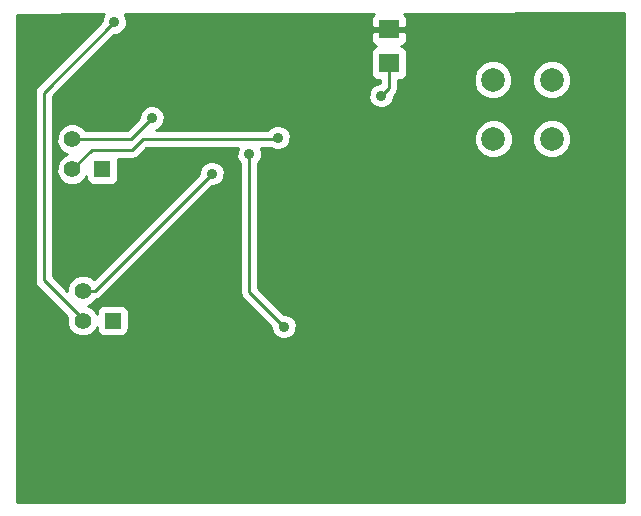
<source format=gbl>
G04 (created by PCBNEW (2013-07-07 BZR 4022)-stable) date 1/28/2014 1:23:19 PM*
%MOIN*%
G04 Gerber Fmt 3.4, Leading zero omitted, Abs format*
%FSLAX34Y34*%
G01*
G70*
G90*
G04 APERTURE LIST*
%ADD10C,0.00590551*%
%ADD11R,0.055X0.055*%
%ADD12C,0.055*%
%ADD13R,0.0709X0.0629*%
%ADD14C,0.0787402*%
%ADD15C,0.035*%
%ADD16C,0.01*%
G04 APERTURE END LIST*
G54D10*
G54D11*
X64950Y-43500D03*
G54D12*
X63950Y-43500D03*
X63950Y-42500D03*
G54D11*
X65300Y-48550D03*
G54D12*
X64300Y-48550D03*
X64300Y-47550D03*
G54D13*
X74500Y-39959D03*
X74500Y-38841D03*
G54D14*
X79930Y-42480D03*
X77990Y-42480D03*
X79930Y-40520D03*
X77970Y-40520D03*
G54D15*
X73050Y-38850D03*
X74250Y-41050D03*
X70800Y-42450D03*
X69850Y-43000D03*
X71000Y-48750D03*
X66600Y-41800D03*
X65350Y-38600D03*
X68600Y-43650D03*
G54D16*
X74500Y-38841D02*
X73059Y-38841D01*
X73059Y-38841D02*
X73050Y-38850D01*
X74500Y-40800D02*
X74500Y-39959D01*
X74250Y-41050D02*
X74500Y-40800D01*
X64600Y-42850D02*
X63950Y-43500D01*
X65950Y-42850D02*
X64600Y-42850D01*
X66300Y-42500D02*
X65950Y-42850D01*
X70750Y-42500D02*
X66300Y-42500D01*
X70800Y-42450D02*
X70750Y-42500D01*
X69850Y-47600D02*
X69850Y-43000D01*
X71000Y-48750D02*
X69850Y-47600D01*
X65900Y-42500D02*
X63950Y-42500D01*
X66600Y-41800D02*
X65900Y-42500D01*
X64300Y-48550D02*
X64300Y-48500D01*
X63000Y-40950D02*
X65350Y-38600D01*
X63000Y-47200D02*
X63000Y-40950D01*
X64300Y-48500D02*
X63000Y-47200D01*
X64300Y-47550D02*
X64700Y-47550D01*
X64700Y-47550D02*
X68600Y-43650D01*
G54D10*
G36*
X82350Y-54600D02*
X80573Y-54600D01*
X80573Y-42352D01*
X80573Y-40392D01*
X80476Y-40155D01*
X80295Y-39974D01*
X80058Y-39876D01*
X79802Y-39876D01*
X79565Y-39973D01*
X79384Y-40154D01*
X79286Y-40391D01*
X79286Y-40647D01*
X79383Y-40884D01*
X79564Y-41065D01*
X79801Y-41163D01*
X80057Y-41163D01*
X80294Y-41066D01*
X80475Y-40885D01*
X80573Y-40648D01*
X80573Y-40392D01*
X80573Y-42352D01*
X80476Y-42115D01*
X80295Y-41934D01*
X80058Y-41836D01*
X79802Y-41836D01*
X79565Y-41933D01*
X79384Y-42114D01*
X79286Y-42351D01*
X79286Y-42607D01*
X79383Y-42844D01*
X79564Y-43025D01*
X79801Y-43123D01*
X80057Y-43123D01*
X80294Y-43026D01*
X80475Y-42845D01*
X80573Y-42608D01*
X80573Y-42352D01*
X80573Y-54600D01*
X78633Y-54600D01*
X78633Y-42352D01*
X78613Y-42304D01*
X78613Y-40392D01*
X78516Y-40155D01*
X78335Y-39974D01*
X78098Y-39876D01*
X77842Y-39876D01*
X77605Y-39973D01*
X77424Y-40154D01*
X77326Y-40391D01*
X77326Y-40647D01*
X77423Y-40884D01*
X77604Y-41065D01*
X77841Y-41163D01*
X78097Y-41163D01*
X78334Y-41066D01*
X78515Y-40885D01*
X78613Y-40648D01*
X78613Y-40392D01*
X78613Y-42304D01*
X78536Y-42115D01*
X78355Y-41934D01*
X78118Y-41836D01*
X77862Y-41836D01*
X77625Y-41933D01*
X77444Y-42114D01*
X77346Y-42351D01*
X77346Y-42607D01*
X77443Y-42844D01*
X77624Y-43025D01*
X77861Y-43123D01*
X78117Y-43123D01*
X78354Y-43026D01*
X78535Y-42845D01*
X78633Y-42608D01*
X78633Y-42352D01*
X78633Y-54600D01*
X75104Y-54600D01*
X75104Y-40223D01*
X75104Y-39594D01*
X75066Y-39503D01*
X74996Y-39432D01*
X74917Y-39400D01*
X74996Y-39367D01*
X75066Y-39296D01*
X75104Y-39205D01*
X75104Y-38953D01*
X75042Y-38891D01*
X74550Y-38891D01*
X74550Y-38898D01*
X74450Y-38898D01*
X74450Y-38891D01*
X73958Y-38891D01*
X73895Y-38953D01*
X73895Y-39205D01*
X73933Y-39296D01*
X74003Y-39367D01*
X74082Y-39400D01*
X74004Y-39432D01*
X73933Y-39502D01*
X73895Y-39594D01*
X73895Y-39694D01*
X73895Y-40323D01*
X73933Y-40414D01*
X74003Y-40485D01*
X74095Y-40523D01*
X74195Y-40523D01*
X74200Y-40523D01*
X74200Y-40624D01*
X74165Y-40624D01*
X74009Y-40689D01*
X73889Y-40808D01*
X73825Y-40965D01*
X73824Y-41134D01*
X73889Y-41290D01*
X74008Y-41410D01*
X74165Y-41474D01*
X74334Y-41475D01*
X74490Y-41410D01*
X74610Y-41291D01*
X74674Y-41134D01*
X74675Y-41049D01*
X74712Y-41012D01*
X74712Y-41012D01*
X74777Y-40914D01*
X74799Y-40800D01*
X74800Y-40800D01*
X74800Y-40523D01*
X74904Y-40523D01*
X74995Y-40485D01*
X75066Y-40415D01*
X75104Y-40323D01*
X75104Y-40223D01*
X75104Y-54600D01*
X71425Y-54600D01*
X71425Y-48665D01*
X71360Y-48509D01*
X71241Y-48389D01*
X71084Y-48325D01*
X70999Y-48324D01*
X70150Y-47475D01*
X70150Y-43301D01*
X70210Y-43241D01*
X70274Y-43084D01*
X70275Y-42915D01*
X70227Y-42800D01*
X70548Y-42800D01*
X70558Y-42810D01*
X70715Y-42874D01*
X70884Y-42875D01*
X71040Y-42810D01*
X71160Y-42691D01*
X71224Y-42534D01*
X71225Y-42365D01*
X71160Y-42209D01*
X71041Y-42089D01*
X70884Y-42025D01*
X70715Y-42024D01*
X70559Y-42089D01*
X70448Y-42200D01*
X66744Y-42200D01*
X66840Y-42160D01*
X66960Y-42041D01*
X67024Y-41884D01*
X67025Y-41715D01*
X66960Y-41559D01*
X66841Y-41439D01*
X66684Y-41375D01*
X66515Y-41374D01*
X66359Y-41439D01*
X66239Y-41558D01*
X66175Y-41715D01*
X66174Y-41800D01*
X65775Y-42200D01*
X64392Y-42200D01*
X64247Y-42055D01*
X64054Y-41975D01*
X63846Y-41974D01*
X63653Y-42054D01*
X63505Y-42202D01*
X63425Y-42395D01*
X63424Y-42603D01*
X63504Y-42797D01*
X63652Y-42944D01*
X63785Y-43000D01*
X63653Y-43054D01*
X63505Y-43202D01*
X63425Y-43395D01*
X63424Y-43603D01*
X63504Y-43797D01*
X63652Y-43944D01*
X63845Y-44024D01*
X64053Y-44025D01*
X64247Y-43945D01*
X64394Y-43797D01*
X64424Y-43725D01*
X64424Y-43824D01*
X64462Y-43916D01*
X64533Y-43986D01*
X64625Y-44024D01*
X64724Y-44025D01*
X65274Y-44025D01*
X65366Y-43987D01*
X65436Y-43916D01*
X65474Y-43824D01*
X65475Y-43725D01*
X65475Y-43175D01*
X65464Y-43150D01*
X65950Y-43150D01*
X65950Y-43149D01*
X66064Y-43127D01*
X66064Y-43127D01*
X66162Y-43062D01*
X66424Y-42800D01*
X69472Y-42800D01*
X69425Y-42915D01*
X69424Y-43084D01*
X69489Y-43240D01*
X69550Y-43301D01*
X69550Y-47600D01*
X69572Y-47714D01*
X69637Y-47812D01*
X70575Y-48749D01*
X70574Y-48834D01*
X70639Y-48990D01*
X70758Y-49110D01*
X70915Y-49174D01*
X71084Y-49175D01*
X71240Y-49110D01*
X71360Y-48991D01*
X71424Y-48834D01*
X71425Y-48665D01*
X71425Y-54600D01*
X62100Y-54600D01*
X62100Y-38349D01*
X65006Y-38342D01*
X64989Y-38358D01*
X64925Y-38515D01*
X64924Y-38600D01*
X62787Y-40737D01*
X62722Y-40835D01*
X62700Y-40950D01*
X62700Y-47200D01*
X62722Y-47314D01*
X62787Y-47412D01*
X63788Y-48412D01*
X63775Y-48445D01*
X63774Y-48653D01*
X63854Y-48847D01*
X64002Y-48994D01*
X64195Y-49074D01*
X64403Y-49075D01*
X64597Y-48995D01*
X64744Y-48847D01*
X64774Y-48775D01*
X64774Y-48874D01*
X64812Y-48966D01*
X64883Y-49036D01*
X64975Y-49074D01*
X65074Y-49075D01*
X65624Y-49075D01*
X65716Y-49037D01*
X65786Y-48966D01*
X65824Y-48874D01*
X65825Y-48775D01*
X65825Y-48225D01*
X65787Y-48133D01*
X65716Y-48063D01*
X65624Y-48025D01*
X65525Y-48024D01*
X64975Y-48024D01*
X64883Y-48062D01*
X64813Y-48133D01*
X64775Y-48225D01*
X64774Y-48324D01*
X64774Y-48324D01*
X64745Y-48253D01*
X64597Y-48105D01*
X64464Y-48049D01*
X64597Y-47995D01*
X64744Y-47847D01*
X64747Y-47840D01*
X64814Y-47827D01*
X64814Y-47827D01*
X64912Y-47762D01*
X68599Y-44074D01*
X68684Y-44075D01*
X68840Y-44010D01*
X68960Y-43891D01*
X69024Y-43734D01*
X69025Y-43565D01*
X68960Y-43409D01*
X68841Y-43289D01*
X68684Y-43225D01*
X68515Y-43224D01*
X68359Y-43289D01*
X68239Y-43408D01*
X68175Y-43565D01*
X68174Y-43650D01*
X64659Y-47166D01*
X64597Y-47105D01*
X64404Y-47025D01*
X64196Y-47024D01*
X64003Y-47104D01*
X63855Y-47252D01*
X63775Y-47445D01*
X63774Y-47550D01*
X63300Y-47075D01*
X63300Y-41074D01*
X65349Y-39024D01*
X65434Y-39025D01*
X65590Y-38960D01*
X65710Y-38841D01*
X65774Y-38684D01*
X65775Y-38515D01*
X65710Y-38359D01*
X65692Y-38341D01*
X73997Y-38320D01*
X73933Y-38385D01*
X73895Y-38476D01*
X73895Y-38728D01*
X73958Y-38791D01*
X74450Y-38791D01*
X74450Y-38783D01*
X74550Y-38783D01*
X74550Y-38791D01*
X75042Y-38791D01*
X75104Y-38728D01*
X75104Y-38476D01*
X75066Y-38385D01*
X74999Y-38318D01*
X82350Y-38300D01*
X82350Y-54600D01*
X82350Y-54600D01*
G37*
G54D16*
X82350Y-54600D02*
X80573Y-54600D01*
X80573Y-42352D01*
X80573Y-40392D01*
X80476Y-40155D01*
X80295Y-39974D01*
X80058Y-39876D01*
X79802Y-39876D01*
X79565Y-39973D01*
X79384Y-40154D01*
X79286Y-40391D01*
X79286Y-40647D01*
X79383Y-40884D01*
X79564Y-41065D01*
X79801Y-41163D01*
X80057Y-41163D01*
X80294Y-41066D01*
X80475Y-40885D01*
X80573Y-40648D01*
X80573Y-40392D01*
X80573Y-42352D01*
X80476Y-42115D01*
X80295Y-41934D01*
X80058Y-41836D01*
X79802Y-41836D01*
X79565Y-41933D01*
X79384Y-42114D01*
X79286Y-42351D01*
X79286Y-42607D01*
X79383Y-42844D01*
X79564Y-43025D01*
X79801Y-43123D01*
X80057Y-43123D01*
X80294Y-43026D01*
X80475Y-42845D01*
X80573Y-42608D01*
X80573Y-42352D01*
X80573Y-54600D01*
X78633Y-54600D01*
X78633Y-42352D01*
X78613Y-42304D01*
X78613Y-40392D01*
X78516Y-40155D01*
X78335Y-39974D01*
X78098Y-39876D01*
X77842Y-39876D01*
X77605Y-39973D01*
X77424Y-40154D01*
X77326Y-40391D01*
X77326Y-40647D01*
X77423Y-40884D01*
X77604Y-41065D01*
X77841Y-41163D01*
X78097Y-41163D01*
X78334Y-41066D01*
X78515Y-40885D01*
X78613Y-40648D01*
X78613Y-40392D01*
X78613Y-42304D01*
X78536Y-42115D01*
X78355Y-41934D01*
X78118Y-41836D01*
X77862Y-41836D01*
X77625Y-41933D01*
X77444Y-42114D01*
X77346Y-42351D01*
X77346Y-42607D01*
X77443Y-42844D01*
X77624Y-43025D01*
X77861Y-43123D01*
X78117Y-43123D01*
X78354Y-43026D01*
X78535Y-42845D01*
X78633Y-42608D01*
X78633Y-42352D01*
X78633Y-54600D01*
X75104Y-54600D01*
X75104Y-40223D01*
X75104Y-39594D01*
X75066Y-39503D01*
X74996Y-39432D01*
X74917Y-39400D01*
X74996Y-39367D01*
X75066Y-39296D01*
X75104Y-39205D01*
X75104Y-38953D01*
X75042Y-38891D01*
X74550Y-38891D01*
X74550Y-38898D01*
X74450Y-38898D01*
X74450Y-38891D01*
X73958Y-38891D01*
X73895Y-38953D01*
X73895Y-39205D01*
X73933Y-39296D01*
X74003Y-39367D01*
X74082Y-39400D01*
X74004Y-39432D01*
X73933Y-39502D01*
X73895Y-39594D01*
X73895Y-39694D01*
X73895Y-40323D01*
X73933Y-40414D01*
X74003Y-40485D01*
X74095Y-40523D01*
X74195Y-40523D01*
X74200Y-40523D01*
X74200Y-40624D01*
X74165Y-40624D01*
X74009Y-40689D01*
X73889Y-40808D01*
X73825Y-40965D01*
X73824Y-41134D01*
X73889Y-41290D01*
X74008Y-41410D01*
X74165Y-41474D01*
X74334Y-41475D01*
X74490Y-41410D01*
X74610Y-41291D01*
X74674Y-41134D01*
X74675Y-41049D01*
X74712Y-41012D01*
X74712Y-41012D01*
X74777Y-40914D01*
X74799Y-40800D01*
X74800Y-40800D01*
X74800Y-40523D01*
X74904Y-40523D01*
X74995Y-40485D01*
X75066Y-40415D01*
X75104Y-40323D01*
X75104Y-40223D01*
X75104Y-54600D01*
X71425Y-54600D01*
X71425Y-48665D01*
X71360Y-48509D01*
X71241Y-48389D01*
X71084Y-48325D01*
X70999Y-48324D01*
X70150Y-47475D01*
X70150Y-43301D01*
X70210Y-43241D01*
X70274Y-43084D01*
X70275Y-42915D01*
X70227Y-42800D01*
X70548Y-42800D01*
X70558Y-42810D01*
X70715Y-42874D01*
X70884Y-42875D01*
X71040Y-42810D01*
X71160Y-42691D01*
X71224Y-42534D01*
X71225Y-42365D01*
X71160Y-42209D01*
X71041Y-42089D01*
X70884Y-42025D01*
X70715Y-42024D01*
X70559Y-42089D01*
X70448Y-42200D01*
X66744Y-42200D01*
X66840Y-42160D01*
X66960Y-42041D01*
X67024Y-41884D01*
X67025Y-41715D01*
X66960Y-41559D01*
X66841Y-41439D01*
X66684Y-41375D01*
X66515Y-41374D01*
X66359Y-41439D01*
X66239Y-41558D01*
X66175Y-41715D01*
X66174Y-41800D01*
X65775Y-42200D01*
X64392Y-42200D01*
X64247Y-42055D01*
X64054Y-41975D01*
X63846Y-41974D01*
X63653Y-42054D01*
X63505Y-42202D01*
X63425Y-42395D01*
X63424Y-42603D01*
X63504Y-42797D01*
X63652Y-42944D01*
X63785Y-43000D01*
X63653Y-43054D01*
X63505Y-43202D01*
X63425Y-43395D01*
X63424Y-43603D01*
X63504Y-43797D01*
X63652Y-43944D01*
X63845Y-44024D01*
X64053Y-44025D01*
X64247Y-43945D01*
X64394Y-43797D01*
X64424Y-43725D01*
X64424Y-43824D01*
X64462Y-43916D01*
X64533Y-43986D01*
X64625Y-44024D01*
X64724Y-44025D01*
X65274Y-44025D01*
X65366Y-43987D01*
X65436Y-43916D01*
X65474Y-43824D01*
X65475Y-43725D01*
X65475Y-43175D01*
X65464Y-43150D01*
X65950Y-43150D01*
X65950Y-43149D01*
X66064Y-43127D01*
X66064Y-43127D01*
X66162Y-43062D01*
X66424Y-42800D01*
X69472Y-42800D01*
X69425Y-42915D01*
X69424Y-43084D01*
X69489Y-43240D01*
X69550Y-43301D01*
X69550Y-47600D01*
X69572Y-47714D01*
X69637Y-47812D01*
X70575Y-48749D01*
X70574Y-48834D01*
X70639Y-48990D01*
X70758Y-49110D01*
X70915Y-49174D01*
X71084Y-49175D01*
X71240Y-49110D01*
X71360Y-48991D01*
X71424Y-48834D01*
X71425Y-48665D01*
X71425Y-54600D01*
X62100Y-54600D01*
X62100Y-38349D01*
X65006Y-38342D01*
X64989Y-38358D01*
X64925Y-38515D01*
X64924Y-38600D01*
X62787Y-40737D01*
X62722Y-40835D01*
X62700Y-40950D01*
X62700Y-47200D01*
X62722Y-47314D01*
X62787Y-47412D01*
X63788Y-48412D01*
X63775Y-48445D01*
X63774Y-48653D01*
X63854Y-48847D01*
X64002Y-48994D01*
X64195Y-49074D01*
X64403Y-49075D01*
X64597Y-48995D01*
X64744Y-48847D01*
X64774Y-48775D01*
X64774Y-48874D01*
X64812Y-48966D01*
X64883Y-49036D01*
X64975Y-49074D01*
X65074Y-49075D01*
X65624Y-49075D01*
X65716Y-49037D01*
X65786Y-48966D01*
X65824Y-48874D01*
X65825Y-48775D01*
X65825Y-48225D01*
X65787Y-48133D01*
X65716Y-48063D01*
X65624Y-48025D01*
X65525Y-48024D01*
X64975Y-48024D01*
X64883Y-48062D01*
X64813Y-48133D01*
X64775Y-48225D01*
X64774Y-48324D01*
X64774Y-48324D01*
X64745Y-48253D01*
X64597Y-48105D01*
X64464Y-48049D01*
X64597Y-47995D01*
X64744Y-47847D01*
X64747Y-47840D01*
X64814Y-47827D01*
X64814Y-47827D01*
X64912Y-47762D01*
X68599Y-44074D01*
X68684Y-44075D01*
X68840Y-44010D01*
X68960Y-43891D01*
X69024Y-43734D01*
X69025Y-43565D01*
X68960Y-43409D01*
X68841Y-43289D01*
X68684Y-43225D01*
X68515Y-43224D01*
X68359Y-43289D01*
X68239Y-43408D01*
X68175Y-43565D01*
X68174Y-43650D01*
X64659Y-47166D01*
X64597Y-47105D01*
X64404Y-47025D01*
X64196Y-47024D01*
X64003Y-47104D01*
X63855Y-47252D01*
X63775Y-47445D01*
X63774Y-47550D01*
X63300Y-47075D01*
X63300Y-41074D01*
X65349Y-39024D01*
X65434Y-39025D01*
X65590Y-38960D01*
X65710Y-38841D01*
X65774Y-38684D01*
X65775Y-38515D01*
X65710Y-38359D01*
X65692Y-38341D01*
X73997Y-38320D01*
X73933Y-38385D01*
X73895Y-38476D01*
X73895Y-38728D01*
X73958Y-38791D01*
X74450Y-38791D01*
X74450Y-38783D01*
X74550Y-38783D01*
X74550Y-38791D01*
X75042Y-38791D01*
X75104Y-38728D01*
X75104Y-38476D01*
X75066Y-38385D01*
X74999Y-38318D01*
X82350Y-38300D01*
X82350Y-54600D01*
M02*

</source>
